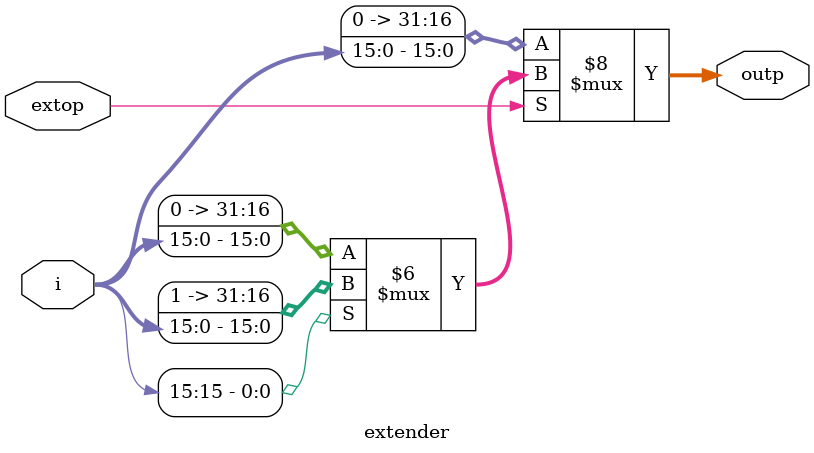
<source format=v>
module extender(extop,i,outp);
output [31:0] outp;
input [15:0] i;
input extop;
reg [31:0] outp;

always @(extop or i)
begin
if (extop == 1) begin 
  if (i[15]==0) 
      outp <= {16'b0000_0000_0000_0000,i};
  else 
      outp <= {16'b1111_1111_1111_1111,i};
  end 
else
    outp <= {16'b0000_0000_0000_0000,i};
end
endmodule


</source>
